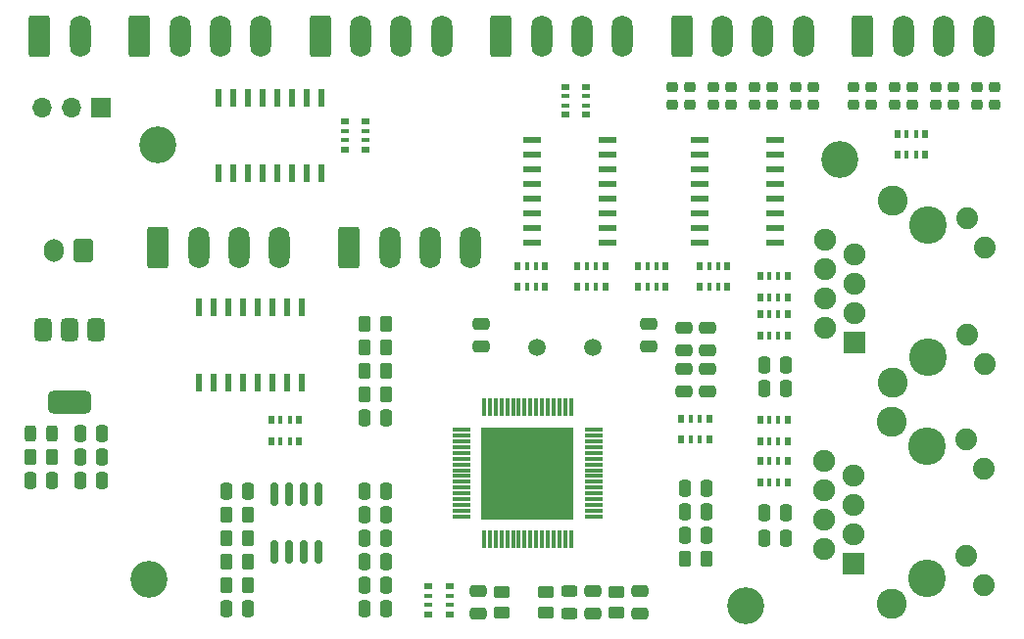
<source format=gbr>
%TF.GenerationSoftware,KiCad,Pcbnew,8.0.5*%
%TF.CreationDate,2024-10-29T23:36:48+01:00*%
%TF.ProjectId,8In-8Out-LAN9252-only,38496e2d-384f-4757-942d-4c414e393235,rev?*%
%TF.SameCoordinates,Original*%
%TF.FileFunction,Soldermask,Top*%
%TF.FilePolarity,Negative*%
%FSLAX46Y46*%
G04 Gerber Fmt 4.6, Leading zero omitted, Abs format (unit mm)*
G04 Created by KiCad (PCBNEW 8.0.5) date 2024-10-29 23:36:48*
%MOMM*%
%LPD*%
G01*
G04 APERTURE LIST*
G04 Aperture macros list*
%AMRoundRect*
0 Rectangle with rounded corners*
0 $1 Rounding radius*
0 $2 $3 $4 $5 $6 $7 $8 $9 X,Y pos of 4 corners*
0 Add a 4 corners polygon primitive as box body*
4,1,4,$2,$3,$4,$5,$6,$7,$8,$9,$2,$3,0*
0 Add four circle primitives for the rounded corners*
1,1,$1+$1,$2,$3*
1,1,$1+$1,$4,$5*
1,1,$1+$1,$6,$7*
1,1,$1+$1,$8,$9*
0 Add four rect primitives between the rounded corners*
20,1,$1+$1,$2,$3,$4,$5,0*
20,1,$1+$1,$4,$5,$6,$7,0*
20,1,$1+$1,$6,$7,$8,$9,0*
20,1,$1+$1,$8,$9,$2,$3,0*%
G04 Aperture macros list end*
%ADD10RoundRect,0.137500X0.137500X-0.662500X0.137500X0.662500X-0.137500X0.662500X-0.137500X-0.662500X0*%
%ADD11RoundRect,0.218750X-0.256250X0.218750X-0.256250X-0.218750X0.256250X-0.218750X0.256250X0.218750X0*%
%ADD12RoundRect,0.218750X0.256250X-0.218750X0.256250X0.218750X-0.256250X0.218750X-0.256250X-0.218750X0*%
%ADD13RoundRect,0.150000X-0.150000X0.825000X-0.150000X-0.825000X0.150000X-0.825000X0.150000X0.825000X0*%
%ADD14RoundRect,0.250000X-0.262500X-0.450000X0.262500X-0.450000X0.262500X0.450000X-0.262500X0.450000X0*%
%ADD15RoundRect,0.137500X-0.662500X-0.137500X0.662500X-0.137500X0.662500X0.137500X-0.662500X0.137500X0*%
%ADD16RoundRect,0.250000X-0.450000X0.262500X-0.450000X-0.262500X0.450000X-0.262500X0.450000X0.262500X0*%
%ADD17RoundRect,0.250000X-0.475000X0.250000X-0.475000X-0.250000X0.475000X-0.250000X0.475000X0.250000X0*%
%ADD18RoundRect,0.250000X-0.650000X-1.550000X0.650000X-1.550000X0.650000X1.550000X-0.650000X1.550000X0*%
%ADD19O,1.800000X3.600000*%
%ADD20RoundRect,0.250000X0.475000X-0.250000X0.475000X0.250000X-0.475000X0.250000X-0.475000X-0.250000X0*%
%ADD21R,8.000000X8.000000*%
%ADD22R,1.500000X0.300000*%
%ADD23R,0.300000X1.500000*%
%ADD24RoundRect,0.243750X-0.456250X0.243750X-0.456250X-0.243750X0.456250X-0.243750X0.456250X0.243750X0*%
%ADD25RoundRect,0.250000X0.250000X0.475000X-0.250000X0.475000X-0.250000X-0.475000X0.250000X-0.475000X0*%
%ADD26R,0.500000X0.800000*%
%ADD27R,0.400000X0.800000*%
%ADD28RoundRect,0.250000X0.600000X0.750000X-0.600000X0.750000X-0.600000X-0.750000X0.600000X-0.750000X0*%
%ADD29O,1.700000X2.000000*%
%ADD30C,1.500000*%
%ADD31RoundRect,0.250000X-0.250000X-0.475000X0.250000X-0.475000X0.250000X0.475000X-0.250000X0.475000X0*%
%ADD32R,0.800000X0.500000*%
%ADD33R,0.800000X0.400000*%
%ADD34R,1.700000X1.700000*%
%ADD35O,1.700000X1.700000*%
%ADD36C,2.600000*%
%ADD37C,1.890000*%
%ADD38C,1.900000*%
%ADD39R,1.900000X1.900000*%
%ADD40C,3.250000*%
%ADD41RoundRect,0.250000X0.262500X0.450000X-0.262500X0.450000X-0.262500X-0.450000X0.262500X-0.450000X0*%
%ADD42C,3.200000*%
%ADD43RoundRect,0.375000X-0.375000X0.625000X-0.375000X-0.625000X0.375000X-0.625000X0.375000X0.625000X0*%
%ADD44RoundRect,0.500000X-1.400000X0.500000X-1.400000X-0.500000X1.400000X-0.500000X1.400000X0.500000X0*%
%ADD45RoundRect,0.243750X-0.243750X-0.456250X0.243750X-0.456250X0.243750X0.456250X-0.243750X0.456250X0*%
%ADD46RoundRect,0.250000X0.450000X-0.262500X0.450000X0.262500X-0.450000X0.262500X-0.450000X-0.262500X0*%
G04 APERTURE END LIST*
D10*
%TO.C,U5*%
X160020000Y-91544000D03*
X161290000Y-91544000D03*
X162560000Y-91544000D03*
X163830000Y-91544000D03*
X165100000Y-91544000D03*
X166370000Y-91544000D03*
X167640000Y-91544000D03*
X168910000Y-91544000D03*
X168910000Y-98044000D03*
X167640000Y-98044000D03*
X166370000Y-98044000D03*
X165100000Y-98044000D03*
X163830000Y-98044000D03*
X162560000Y-98044000D03*
X161290000Y-98044000D03*
X160020000Y-98044000D03*
%TD*%
D11*
%TO.C,D15*%
X202439400Y-72491500D03*
X202439400Y-74066500D03*
%TD*%
D12*
%TO.C,D4*%
X223647000Y-74066500D03*
X223647000Y-72491500D03*
%TD*%
D13*
%TO.C,U6*%
X170307000Y-107761000D03*
X169037000Y-107761000D03*
X167767000Y-107761000D03*
X166497000Y-107761000D03*
X166497000Y-112711000D03*
X167767000Y-112711000D03*
X169037000Y-112711000D03*
X170307000Y-112711000D03*
%TD*%
D14*
%TO.C,R13*%
X145457500Y-104520300D03*
X147282500Y-104520300D03*
%TD*%
%TO.C,R11*%
X162409500Y-113538000D03*
X164234500Y-113538000D03*
%TD*%
D15*
%TO.C,U2*%
X188774000Y-77089000D03*
X188774000Y-78359000D03*
X188774000Y-79629000D03*
X188774000Y-80899000D03*
X188774000Y-82169000D03*
X188774000Y-83439000D03*
X188774000Y-84709000D03*
X188774000Y-85979000D03*
X195274000Y-85979000D03*
X195274000Y-84709000D03*
X195274000Y-83439000D03*
X195274000Y-82169000D03*
X195274000Y-80899000D03*
X195274000Y-79629000D03*
X195274000Y-78359000D03*
X195274000Y-77089000D03*
%TD*%
D16*
%TO.C,R7*%
X196088000Y-116181500D03*
X196088000Y-118006500D03*
%TD*%
D17*
%TO.C,C13*%
X198882000Y-93030000D03*
X198882000Y-94930000D03*
%TD*%
D18*
%TO.C,J1*%
X146222500Y-68072000D03*
D19*
X149722500Y-68072000D03*
%TD*%
D12*
%TO.C,D14*%
X204471400Y-74066500D03*
X204471400Y-72491500D03*
%TD*%
D11*
%TO.C,D9*%
X213107400Y-72491500D03*
X213107400Y-74066500D03*
%TD*%
D20*
%TO.C,B3*%
X201930000Y-98806000D03*
X201930000Y-96906000D03*
%TD*%
D21*
%TO.C,U3*%
X188392000Y-105918000D03*
D22*
X194092000Y-102168000D03*
X194092000Y-102668000D03*
X194092000Y-103168000D03*
X194092000Y-103668000D03*
X194092000Y-104168000D03*
X194092000Y-104668000D03*
X194092000Y-105168000D03*
X194092000Y-105668000D03*
X194092000Y-106168000D03*
X194092000Y-106668000D03*
X194092000Y-107168000D03*
X194092000Y-107668000D03*
X194092000Y-108168000D03*
X194092000Y-108668000D03*
X194092000Y-109168000D03*
X194092000Y-109668000D03*
D23*
X192142000Y-111618000D03*
X191642000Y-111618000D03*
X191142000Y-111618000D03*
X190642000Y-111618000D03*
X190142000Y-111618000D03*
X189642000Y-111618000D03*
X189142000Y-111618000D03*
X188642000Y-111618000D03*
X188142000Y-111618000D03*
X187642000Y-111618000D03*
X187142000Y-111618000D03*
X186642000Y-111618000D03*
X186142000Y-111618000D03*
X185642000Y-111618000D03*
X185142000Y-111618000D03*
X184642000Y-111618000D03*
D22*
X182692000Y-109668000D03*
X182692000Y-109168000D03*
X182692000Y-108668000D03*
X182692000Y-108168000D03*
X182692000Y-107668000D03*
X182692000Y-107168000D03*
X182692000Y-106668000D03*
X182692000Y-106168000D03*
X182692000Y-105668000D03*
X182692000Y-105168000D03*
X182692000Y-104668000D03*
X182692000Y-104168000D03*
X182692000Y-103668000D03*
X182692000Y-103168000D03*
X182692000Y-102668000D03*
X182692000Y-102168000D03*
D23*
X184642000Y-100218000D03*
X185142000Y-100218000D03*
X185642000Y-100218000D03*
X186142000Y-100218000D03*
X186642000Y-100218000D03*
X187142000Y-100218000D03*
X187642000Y-100218000D03*
X188142000Y-100218000D03*
X188642000Y-100218000D03*
X189142000Y-100218000D03*
X189642000Y-100218000D03*
X190142000Y-100218000D03*
X190642000Y-100218000D03*
X191142000Y-100218000D03*
X191642000Y-100218000D03*
X192142000Y-100218000D03*
%TD*%
D14*
%TO.C,R9*%
X162409500Y-109474000D03*
X164234500Y-109474000D03*
%TD*%
D24*
%TO.C,D16*%
X192024000Y-116156500D03*
X192024000Y-118031500D03*
%TD*%
D25*
%TO.C,C6*%
X176210000Y-111506000D03*
X174310000Y-111506000D03*
%TD*%
D14*
%TO.C,R1*%
X174347500Y-99060000D03*
X176172500Y-99060000D03*
%TD*%
D25*
%TO.C,C3*%
X176210000Y-117602000D03*
X174310000Y-117602000D03*
%TD*%
D17*
%TO.C,C15*%
X198120000Y-116144000D03*
X198120000Y-118044000D03*
%TD*%
D26*
%TO.C,CN4*%
X204076000Y-101208000D03*
D27*
X203276000Y-101208000D03*
X202476000Y-101208000D03*
D26*
X201676000Y-101208000D03*
X201676000Y-103008000D03*
D27*
X202476000Y-103008000D03*
X203276000Y-103008000D03*
D26*
X204076000Y-103008000D03*
%TD*%
D16*
%TO.C,R5*%
X186182000Y-116181500D03*
X186182000Y-118006500D03*
%TD*%
D11*
%TO.C,D1*%
X228727000Y-72491500D03*
X228727000Y-74066500D03*
%TD*%
D18*
%TO.C,J5*%
X172974000Y-86360000D03*
D19*
X176474000Y-86360000D03*
X179974000Y-86360000D03*
X183474000Y-86360000D03*
%TD*%
D20*
%TO.C,C14*%
X201930000Y-95250000D03*
X201930000Y-93350000D03*
%TD*%
D26*
%TO.C,CN2*%
X208477000Y-103135000D03*
D27*
X209277000Y-103135000D03*
X210077000Y-103135000D03*
D26*
X210877000Y-103135000D03*
X210877000Y-101335000D03*
D27*
X210077000Y-101335000D03*
X209277000Y-101335000D03*
D26*
X208477000Y-101335000D03*
%TD*%
D28*
%TO.C,J8*%
X149967000Y-86630300D03*
D29*
X147467000Y-86630300D03*
%TD*%
D26*
%TO.C,RN2*%
X208477000Y-106691000D03*
D27*
X209277000Y-106691000D03*
X210077000Y-106691000D03*
D26*
X210877000Y-106691000D03*
X210877000Y-104891000D03*
D27*
X210077000Y-104891000D03*
X209277000Y-104891000D03*
D26*
X208477000Y-104891000D03*
%TD*%
D30*
%TO.C,Y1*%
X189176000Y-94996000D03*
X194056000Y-94996000D03*
%TD*%
D31*
%TO.C,C1*%
X208854000Y-96520000D03*
X210754000Y-96520000D03*
%TD*%
D25*
%TO.C,C7*%
X176210000Y-109474000D03*
X174310000Y-109474000D03*
%TD*%
D31*
%TO.C,C19*%
X145420000Y-106552300D03*
X147320000Y-106552300D03*
%TD*%
D32*
%TO.C,RN8*%
X191643000Y-72517000D03*
D33*
X191643000Y-73317000D03*
X191643000Y-74117000D03*
D32*
X191643000Y-74917000D03*
X193443000Y-74917000D03*
D33*
X193443000Y-74117000D03*
X193443000Y-73317000D03*
D32*
X193443000Y-72517000D03*
%TD*%
D25*
%TO.C,C5*%
X176210000Y-113538000D03*
X174310000Y-113538000D03*
%TD*%
D34*
%TO.C,J9*%
X151496000Y-74295000D03*
D35*
X148956000Y-74295000D03*
X146416000Y-74295000D03*
%TD*%
D18*
%TO.C,J3*%
X201717000Y-68072000D03*
D19*
X205217000Y-68072000D03*
X208717000Y-68072000D03*
X212217000Y-68072000D03*
%TD*%
D12*
%TO.C,D8*%
X216535000Y-74066500D03*
X216535000Y-72491500D03*
%TD*%
D36*
%TO.C,IN1*%
X219887800Y-117195600D03*
X219887800Y-101447600D03*
D37*
X226314000Y-102997000D03*
X227838000Y-105537000D03*
X226314000Y-113106200D03*
X227838000Y-115646200D03*
D38*
X214045800Y-104876600D03*
X216585800Y-106146600D03*
X214045800Y-107416600D03*
X216585800Y-108686600D03*
X214045800Y-109956600D03*
X216585800Y-111226600D03*
X214045800Y-112496600D03*
D39*
X216585800Y-113766600D03*
D40*
X222935800Y-115036600D03*
X222935800Y-103606600D03*
%TD*%
D18*
%TO.C,J2*%
X217338000Y-68072000D03*
D19*
X220838000Y-68072000D03*
X224338000Y-68072000D03*
X227838000Y-68072000D03*
%TD*%
D17*
%TO.C,C10*%
X184404000Y-93030000D03*
X184404000Y-94930000D03*
%TD*%
D11*
%TO.C,D7*%
X218059000Y-72491500D03*
X218059000Y-74066500D03*
%TD*%
D41*
%TO.C,R2*%
X176172500Y-94996000D03*
X174347500Y-94996000D03*
%TD*%
D25*
%TO.C,B5*%
X203896000Y-109220000D03*
X201996000Y-109220000D03*
%TD*%
D14*
%TO.C,R12*%
X162409500Y-115570000D03*
X164234500Y-115570000D03*
%TD*%
D31*
%TO.C,C9*%
X174310000Y-101092000D03*
X176210000Y-101092000D03*
%TD*%
D25*
%TO.C,B6*%
X203896000Y-107188000D03*
X201996000Y-107188000D03*
%TD*%
D42*
%TO.C,H3*%
X155702000Y-115062000D03*
%TD*%
D32*
%TO.C,CN3*%
X179832000Y-115716000D03*
D33*
X179832000Y-116516000D03*
X179832000Y-117316000D03*
D32*
X179832000Y-118116000D03*
X181632000Y-118116000D03*
D33*
X181632000Y-117316000D03*
X181632000Y-116516000D03*
D32*
X181632000Y-115716000D03*
%TD*%
D25*
%TO.C,C4*%
X176210000Y-115570000D03*
X174310000Y-115570000D03*
%TD*%
D12*
%TO.C,D17*%
X200915400Y-74066500D03*
X200915400Y-72491500D03*
%TD*%
D26*
%TO.C,CN1*%
X208477000Y-90689000D03*
D27*
X209277000Y-90689000D03*
X210077000Y-90689000D03*
D26*
X210877000Y-90689000D03*
X210877000Y-88889000D03*
D27*
X210077000Y-88889000D03*
X209277000Y-88889000D03*
D26*
X208477000Y-88889000D03*
%TD*%
D17*
%TO.C,C12*%
X194056000Y-116144000D03*
X194056000Y-118044000D03*
%TD*%
D31*
%TO.C,B1*%
X208854000Y-98552000D03*
X210754000Y-98552000D03*
%TD*%
D41*
%TO.C,R8*%
X203858500Y-113284000D03*
X202033500Y-113284000D03*
%TD*%
D20*
%TO.C,C16*%
X203962000Y-95250000D03*
X203962000Y-93350000D03*
%TD*%
%TO.C,B7*%
X203962000Y-98806000D03*
X203962000Y-96906000D03*
%TD*%
D26*
%TO.C,RN3*%
X203270000Y-89800000D03*
D27*
X204070000Y-89800000D03*
X204870000Y-89800000D03*
D26*
X205670000Y-89800000D03*
X205670000Y-88000000D03*
D27*
X204870000Y-88000000D03*
X204070000Y-88000000D03*
D26*
X203270000Y-88000000D03*
%TD*%
D25*
%TO.C,C18*%
X164272000Y-107442000D03*
X162372000Y-107442000D03*
%TD*%
D26*
%TO.C,RN7*%
X187522000Y-89800000D03*
D27*
X188322000Y-89800000D03*
X189122000Y-89800000D03*
D26*
X189922000Y-89800000D03*
X189922000Y-88000000D03*
D27*
X189122000Y-88000000D03*
X188322000Y-88000000D03*
D26*
X187522000Y-88000000D03*
%TD*%
D15*
%TO.C,U1*%
X203252000Y-77089000D03*
X203252000Y-78359000D03*
X203252000Y-79629000D03*
X203252000Y-80899000D03*
X203252000Y-82169000D03*
X203252000Y-83439000D03*
X203252000Y-84709000D03*
X203252000Y-85979000D03*
X209752000Y-85979000D03*
X209752000Y-84709000D03*
X209752000Y-83439000D03*
X209752000Y-82169000D03*
X209752000Y-80899000D03*
X209752000Y-79629000D03*
X209752000Y-78359000D03*
X209752000Y-77089000D03*
%TD*%
D18*
%TO.C,J4*%
X170475000Y-68072000D03*
D19*
X173975000Y-68072000D03*
X177475000Y-68072000D03*
X180975000Y-68072000D03*
%TD*%
D41*
%TO.C,R3*%
X176172500Y-97028000D03*
X174347500Y-97028000D03*
%TD*%
D11*
%TO.C,D5*%
X221615000Y-72491500D03*
X221615000Y-74066500D03*
%TD*%
D42*
%TO.C,H4*%
X207264000Y-117348000D03*
%TD*%
D14*
%TO.C,R10*%
X162409500Y-111506000D03*
X164234500Y-111506000D03*
%TD*%
D43*
%TO.C,U7*%
X151144000Y-93496300D03*
X148844000Y-93496300D03*
D44*
X148844000Y-99796300D03*
D43*
X146544000Y-93496300D03*
%TD*%
D31*
%TO.C,C22*%
X149738000Y-106552300D03*
X151638000Y-106552300D03*
%TD*%
D12*
%TO.C,D12*%
X208027400Y-74066500D03*
X208027400Y-72491500D03*
%TD*%
D31*
%TO.C,B2*%
X208854000Y-111506000D03*
X210754000Y-111506000D03*
%TD*%
D42*
%TO.C,H2*%
X156464000Y-77470000D03*
%TD*%
D31*
%TO.C,C21*%
X149738000Y-104520300D03*
X151638000Y-104520300D03*
%TD*%
D26*
%TO.C,RN4*%
X200336000Y-88000000D03*
D27*
X199536000Y-88000000D03*
X198736000Y-88000000D03*
D26*
X197936000Y-88000000D03*
X197936000Y-89800000D03*
D27*
X198736000Y-89800000D03*
X199536000Y-89800000D03*
D26*
X200336000Y-89800000D03*
%TD*%
D18*
%TO.C,J7*%
X156464000Y-86360000D03*
D19*
X159964000Y-86360000D03*
X163464000Y-86360000D03*
X166964000Y-86360000D03*
%TD*%
D20*
%TO.C,C11*%
X184150000Y-118044000D03*
X184150000Y-116144000D03*
%TD*%
D11*
%TO.C,D11*%
X209551400Y-72491500D03*
X209551400Y-74066500D03*
%TD*%
D18*
%TO.C,J10*%
X186096000Y-68072000D03*
D19*
X189596000Y-68072000D03*
X193096000Y-68072000D03*
X196596000Y-68072000D03*
%TD*%
D26*
%TO.C,RN1*%
X208477000Y-93991000D03*
D27*
X209277000Y-93991000D03*
X210077000Y-93991000D03*
D26*
X210877000Y-93991000D03*
X210877000Y-92191000D03*
D27*
X210077000Y-92191000D03*
X209277000Y-92191000D03*
D26*
X208477000Y-92191000D03*
%TD*%
D12*
%TO.C,D2*%
X227203000Y-74066500D03*
X227203000Y-72491500D03*
%TD*%
D36*
%TO.C,OUT1*%
X219944000Y-98044000D03*
X219944000Y-82296000D03*
D37*
X226370200Y-83845400D03*
X227894200Y-86385400D03*
X226370200Y-93954600D03*
X227894200Y-96494600D03*
D38*
X214102000Y-85725000D03*
X216642000Y-86995000D03*
X214102000Y-88265000D03*
X216642000Y-89535000D03*
X214102000Y-90805000D03*
X216642000Y-92075000D03*
X214102000Y-93345000D03*
D39*
X216642000Y-94615000D03*
D40*
X222992000Y-95885000D03*
X222992000Y-84455000D03*
%TD*%
D12*
%TO.C,D6*%
X220091000Y-74066500D03*
X220091000Y-72491500D03*
%TD*%
D45*
%TO.C,D18*%
X145432500Y-102488300D03*
X147307500Y-102488300D03*
%TD*%
D10*
%TO.C,U4*%
X161671000Y-73458000D03*
X162941000Y-73458000D03*
X164211000Y-73458000D03*
X165481000Y-73458000D03*
X166751000Y-73458000D03*
X168021000Y-73458000D03*
X169291000Y-73458000D03*
X170561000Y-73458000D03*
X170561000Y-79958000D03*
X169291000Y-79958000D03*
X168021000Y-79958000D03*
X166751000Y-79958000D03*
X165481000Y-79958000D03*
X164211000Y-79958000D03*
X162941000Y-79958000D03*
X161671000Y-79958000D03*
%TD*%
D46*
%TO.C,R6*%
X189992000Y-118006500D03*
X189992000Y-116181500D03*
%TD*%
D12*
%TO.C,D10*%
X211583400Y-74066500D03*
X211583400Y-72491500D03*
%TD*%
D31*
%TO.C,C2*%
X208835000Y-109336000D03*
X210735000Y-109336000D03*
%TD*%
D26*
%TO.C,RN10*%
X168656000Y-101324000D03*
D27*
X167856000Y-101324000D03*
X167056000Y-101324000D03*
D26*
X166256000Y-101324000D03*
X166256000Y-103124000D03*
D27*
X167056000Y-103124000D03*
X167856000Y-103124000D03*
D26*
X168656000Y-103124000D03*
%TD*%
D25*
%TO.C,B4*%
X203896000Y-111252000D03*
X201996000Y-111252000D03*
%TD*%
D11*
%TO.C,D13*%
X205995400Y-72491500D03*
X205995400Y-74066500D03*
%TD*%
D41*
%TO.C,R4*%
X176172500Y-92964000D03*
X174347500Y-92964000D03*
%TD*%
D26*
%TO.C,RN5*%
X220358000Y-78359000D03*
D27*
X221158000Y-78359000D03*
X221958000Y-78359000D03*
D26*
X222758000Y-78359000D03*
X222758000Y-76559000D03*
D27*
X221958000Y-76559000D03*
X221158000Y-76559000D03*
D26*
X220358000Y-76559000D03*
%TD*%
D25*
%TO.C,C17*%
X164272000Y-117602000D03*
X162372000Y-117602000D03*
%TD*%
D11*
%TO.C,D3*%
X225171000Y-72491500D03*
X225171000Y-74066500D03*
%TD*%
D25*
%TO.C,C8*%
X176210000Y-107442000D03*
X174310000Y-107442000D03*
%TD*%
D26*
%TO.C,RN6*%
X195110000Y-88000000D03*
D27*
X194310000Y-88000000D03*
X193510000Y-88000000D03*
D26*
X192710000Y-88000000D03*
X192710000Y-89800000D03*
D27*
X193510000Y-89800000D03*
X194310000Y-89800000D03*
D26*
X195110000Y-89800000D03*
%TD*%
D31*
%TO.C,C20*%
X149738000Y-102488300D03*
X151638000Y-102488300D03*
%TD*%
D32*
%TO.C,RN9*%
X172582000Y-75508000D03*
D33*
X172582000Y-76308000D03*
X172582000Y-77108000D03*
D32*
X172582000Y-77908000D03*
X174382000Y-77908000D03*
D33*
X174382000Y-77108000D03*
X174382000Y-76308000D03*
D32*
X174382000Y-75508000D03*
%TD*%
D42*
%TO.C,H1*%
X215392000Y-78740000D03*
%TD*%
D18*
%TO.C,J6*%
X154854000Y-68072000D03*
D19*
X158354000Y-68072000D03*
X161854000Y-68072000D03*
X165354000Y-68072000D03*
%TD*%
M02*

</source>
